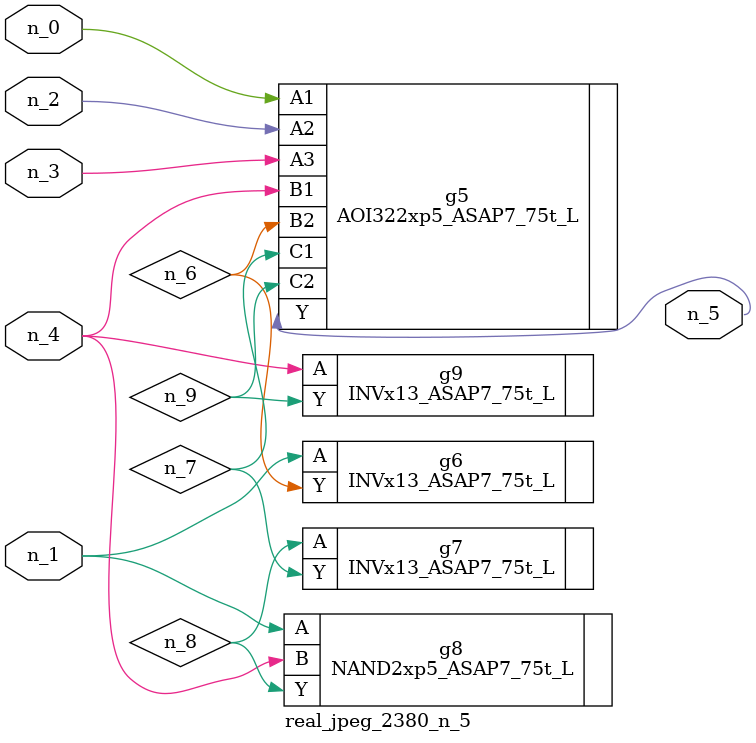
<source format=v>
module real_jpeg_2380_n_5 (n_4, n_0, n_1, n_2, n_3, n_5);

input n_4;
input n_0;
input n_1;
input n_2;
input n_3;

output n_5;

wire n_8;
wire n_6;
wire n_7;
wire n_9;

AOI322xp5_ASAP7_75t_L g5 ( 
.A1(n_0),
.A2(n_2),
.A3(n_3),
.B1(n_4),
.B2(n_6),
.C1(n_7),
.C2(n_9),
.Y(n_5)
);

INVx13_ASAP7_75t_L g6 ( 
.A(n_1),
.Y(n_6)
);

NAND2xp5_ASAP7_75t_L g8 ( 
.A(n_1),
.B(n_4),
.Y(n_8)
);

INVx13_ASAP7_75t_L g9 ( 
.A(n_4),
.Y(n_9)
);

INVx13_ASAP7_75t_L g7 ( 
.A(n_8),
.Y(n_7)
);


endmodule
</source>
